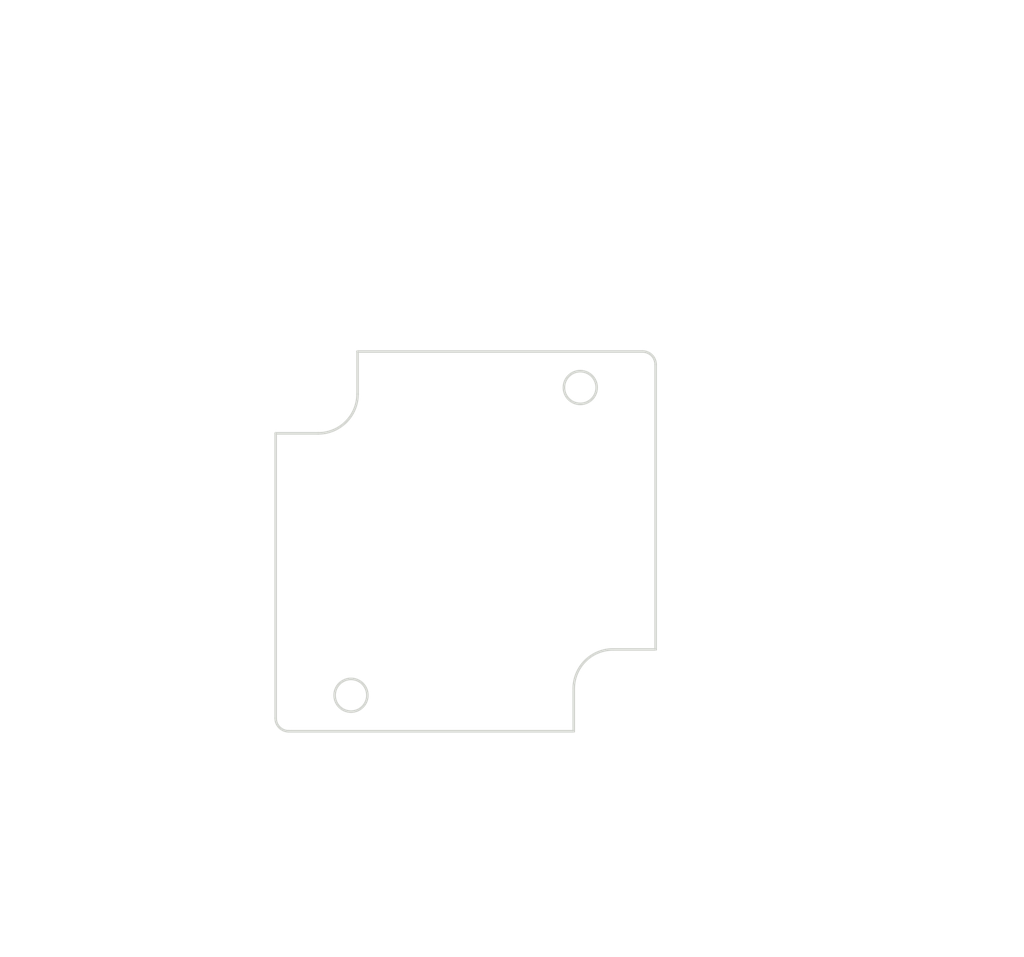
<source format=kicad_pcb>
(kicad_pcb (version 20221018) (generator pcbnew)

  (general
    (thickness 1.6)
  )

  (paper "A4")
  (layers
    (0 "F.Cu" signal)
    (31 "B.Cu" signal)
    (32 "B.Adhes" user "B.Adhesive")
    (33 "F.Adhes" user "F.Adhesive")
    (34 "B.Paste" user)
    (35 "F.Paste" user)
    (36 "B.SilkS" user "B.Silkscreen")
    (37 "F.SilkS" user "F.Silkscreen")
    (38 "B.Mask" user)
    (39 "F.Mask" user)
    (40 "Dwgs.User" user "User.Drawings")
    (41 "Cmts.User" user "User.Comments")
    (42 "Eco1.User" user "User.Eco1")
    (43 "Eco2.User" user "User.Eco2")
    (44 "Edge.Cuts" user)
    (45 "Margin" user)
    (46 "B.CrtYd" user "B.Courtyard")
    (47 "F.CrtYd" user "F.Courtyard")
    (48 "B.Fab" user)
    (49 "F.Fab" user)
  )

  (setup
    (pad_to_mask_clearance 0.051)
    (solder_mask_min_width 0.25)
    (pcbplotparams
      (layerselection 0x00010fc_ffffffff)
      (plot_on_all_layers_selection 0x0000000_00000000)
      (disableapertmacros false)
      (usegerberextensions false)
      (usegerberattributes false)
      (usegerberadvancedattributes false)
      (creategerberjobfile false)
      (dashed_line_dash_ratio 12.000000)
      (dashed_line_gap_ratio 3.000000)
      (svgprecision 4)
      (plotframeref false)
      (viasonmask false)
      (mode 1)
      (useauxorigin false)
      (hpglpennumber 1)
      (hpglpenspeed 20)
      (hpglpendiameter 15.000000)
      (dxfpolygonmode true)
      (dxfimperialunits true)
      (dxfusepcbnewfont true)
      (psnegative false)
      (psa4output false)
      (plotreference true)
      (plotvalue true)
      (plotinvisibletext false)
      (sketchpadsonfab false)
      (subtractmaskfromsilk false)
      (outputformat 1)
      (mirror false)
      (drillshape 1)
      (scaleselection 1)
      (outputdirectory "")
    )
  )

  (net 0 "")

  (gr_line (start 159.418012 58.184606) (end 158.901435 58.184606)
    (stroke (width 0.2) (type solid)) (layer "Dwgs.User") (tstamp 0457de5e-c908-4e24-b9f5-44c2d75f1383))
  (gr_line (start 161.418012 74.184606) (end 188.689876 74.184606)
    (stroke (width 0.2) (type solid)) (layer "Dwgs.User") (tstamp 052fa32e-6a72-4058-a1ab-01f5af721420))
  (gr_line (start 156.168012 103.184606) (end 188.689876 103.184606)
    (stroke (width 0.2) (type solid)) (layer "Dwgs.User") (tstamp 06fd7017-d62b-4817-9cfc-ae8ef9787166))
  (gr_line (start 153.668012 117.160566) (end 140.168012 117.160566)
    (stroke (width 0.2) (type solid)) (layer "Dwgs.User") (tstamp 0726e080-ed19-40d8-85bb-39f85f2124e8))
  (gr_line (start 143.316396 81.569308) (end 141.316396 81.569308)
    (stroke (width 0.2) (type solid)) (layer "Dwgs.User") (tstamp 089c99a6-6fe6-4807-8e72-d05ba9c81e09))
  (gr_line (start 155.668012 75.934606) (end 155.668012 66.397986)
    (stroke (width 0.2) (type solid)) (layer "Dwgs.User") (tstamp 26199907-a7cc-4c48-9ffa-d8071693049a))
  (gr_line (start 132.418012 79.434606) (end 132.418012 47.441972)
    (stroke (width 0.2) (type solid)) (layer "Dwgs.User") (tstamp 2a9cc3b7-4ef6-4987-8ed6-26af4e15a080))
  (gr_line (start 185.514876 101.184606) (end 185.514876 95.609102)
    (stroke (width 0.2) (type solid)) (layer "Dwgs.User") (tstamp 395f833c-8b5c-4704-8601-57d605cb4d47))
  (gr_line (start 154.668012 76.934606) (end 112.230471 76.934606)
    (stroke (width 0.2) (type solid)) (layer "Dwgs.User") (tstamp 3a0ead89-49f0-4422-9077-ba9a156d228d))
  (gr_line (start 161.418012 74.184606) (end 161.418012 55.009606)
    (stroke (width 0.2) (type solid)) (layer "Dwgs.User") (tstamp 3db8e6cc-dde4-4201-8787-e7d87ef6a690))
  (gr_line (start 163.418012 69.572986) (end 165.418012 69.572986)
    (stroke (width 0.2) (type solid)) (layer "Dwgs.User") (tstamp 4139211f-b7fd-4350-8743-387224442c20))
  (gr_line (start 137.168012 100.434606) (end 112.230471 100.434606)
    (stroke (width 0.2) (type solid)) (layer "Dwgs.User") (tstamp 4c25dccc-bccf-4c7b-9e9c-cfb5ad778b72))
  (gr_line (start 156.668012 76.934606) (end 175.293629 76.934606)
    (stroke (width 0.2) (type solid)) (layer "Dwgs.User") (tstamp 4cfad768-55ed-4fe1-a5e2-e15f32a44a1c))
  (gr_line (start 134.418012 50.616972) (end 142.440008 50.616972)
    (stroke (width 0.2) (type solid)) (layer "Dwgs.User") (tstamp 4fc4e2e7-2d50-4288-9b83-0d67805006ba))
  (gr_line (start 162.418012 96.934606) (end 180.095546 96.934606)
    (stroke (width 0.2) (type solid)) (layer "Dwgs.User") (tstamp 541fcca5-b49c-4a96-bc1f-d8746ad3e96a))
  (gr_line (start 172.118629 72.184606) (end 172.118629 70.184606)
    (stroke (width 0.2) (type solid)) (layer "Dwgs.User") (tstamp 581fde1a-ec09-4d51-9901-469b53b09d9f))
  (gr_line (start 176.920546 76.184606) (end 176.920546 82.002171)
    (stroke (width 0.2) (type solid)) (layer "Dwgs.User") (tstamp 67da898a-a2d1-4d64-a23b-c327cb5b8d60))
  (gr_line (start 140.668012 58.184606) (end 150.793659 58.184606)
    (stroke (width 0.2) (type solid)) (layer "Dwgs.User") (tstamp 6e5f9d4a-3183-468b-a321-3acb36cb750a))
  (gr_line (start 161.418012 74.184606) (end 161.418012 47.441972)
    (stroke (width 0.2) (type solid)) (layer "Dwgs.User") (tstamp 758ebc66-882c-470c-88dc-29c315722e97))
  (gr_line (start 138.168012 117.160566) (end 136.168012 117.160566)
    (stroke (width 0.2) (type solid)) (layer "Dwgs.User") (tstamp 7c5a12af-f55c-4039-9c18-7c7ff7e5519e))
  (gr_line (start 176.920546 94.934606) (end 176.920546 89.117041)
    (stroke (width 0.2) (type solid)) (layer "Dwgs.User") (tstamp 86efab3b-75c5-47af-8096-f892afd46d07))
  (gr_line (start 115.405471 78.934606) (end 115.405471 85.126591)
    (stroke (width 0.2) (type solid)) (layer "Dwgs.User") (tstamp 87fd1eba-fc90-41f3-a260-06df724c555f))
  (gr_line (start 172.118629 78.934606) (end 172.118629 84.906939)
    (stroke (width 0.2) (type solid)) (layer "Dwgs.User") (tstamp 956d4336-04bf-4401-98a9-8defc312f33b))
  (gr_line (start 161.418012 74.184606) (end 161.418012 66.397986)
    (stroke (width 0.2) (type solid)) (layer "Dwgs.User") (tstamp 9fc45ac7-e3bc-4f07-a842-ce6c6ffac0f7))
  (gr_line (start 115.405471 98.434606) (end 115.405471 92.242621)
    (stroke (width 0.2) (type solid)) (layer "Dwgs.User") (tstamp a8519555-8aeb-4be8-8bb0-30b2a1b5a6ab))
  (gr_line (start 161.418012 74.184606) (end 175.293629 74.184606)
    (stroke (width 0.2) (type solid)) (layer "Dwgs.User") (tstamp ab162dbe-f033-4bf0-a291-8721e4f0c43a))
  (gr_line (start 141.316396 81.569308) (end 139.702572 80.387964)
    (stroke (width 0.2) (type solid)) (layer "Dwgs.User") (tstamp aeee55b9-5723-40cc-b87d-a6aa1d741c47))
  (gr_line (start 128.121669 107.253473) (end 131.250659 104.258872)
    (stroke (width 0.2) (type solid)) (layer "Dwgs.User") (tstamp b015f1d5-593e-4cb1-bb2f-af215fdf849a))
  (gr_line (start 138.168012 101.434606) (end 138.168012 120.335566)
    (stroke (width 0.2) (type solid)) (layer "Dwgs.User") (tstamp b48ef665-f0bf-4f0b-92aa-f0964702d8d5))
  (gr_line (start 159.418012 50.616972) (end 150.529231 50.616972)
    (stroke (width 0.2) (type solid)) (layer "Dwgs.User") (tstamp cb0ed566-0fbc-430e-96a1-107526f08107))
  (gr_line (start 138.668012 73.184606) (end 138.668012 55.009606)
    (stroke (width 0.2) (type solid)) (layer "Dwgs.User") (tstamp cb3814cb-90c1-4518-a23b-6177f71f0916))
  (gr_line (start 155.668012 77.934606) (end 155.668012 120.335566)
    (stroke (width 0.2) (type solid)) (layer "Dwgs.User") (tstamp d0b76d5e-2d2e-44d2-8fce-0b32240cb16a))
  (gr_line (start 185.514876 76.184606) (end 185.514876 88.494231)
    (stroke (width 0.2) (type solid)) (layer "Dwgs.User") (tstamp de221bcc-bd0b-4800-a2cc-aedbf40b6b20))
  (gr_line (start 126.121669 107.253473) (end 128.121669 107.253473)
    (stroke (width 0.2) (type solid)) (layer "Dwgs.User") (tstamp e19cab7a-cf08-41cd-8350-6445a9d37e2d))
  (gr_line (start 161.418012 74.184606) (end 180.095546 74.184606)
    (stroke (width 0.2) (type solid)) (layer "Dwgs.User") (tstamp e51aeacc-3ba1-447d-8cb1-a5b9e546edfa))
  (gr_line (start 172.118629 84.906939) (end 170.118629 84.906939)
    (stroke (width 0.2) (type solid)) (layer "Dwgs.User") (tstamp eb1b0d82-6acf-44ec-910f-91343fca3e36))
  (gr_line (start 153.668012 69.572986) (end 151.196063 69.572986)
    (stroke (width 0.2) (type solid)) (layer "Dwgs.User") (tstamp ef9db7e2-2881-4661-af1e-3c70b2faed30))
  (gr_arc (start 133.418012 103.184606) (mid 132.710905 102.891713) (end 132.418012 102.184606)
    (stroke (width 0.2) (type solid)) (layer "Edge.Cuts") (tstamp 0842ffdf-b48f-4267-a4c2-fc519f297375))
  (gr_circle (center 138.168012 100.434606) (end 139.418012 100.434606)
    (stroke (width 0.2) (type solid)) (fill none) (layer "Edge.Cuts") (tstamp 15390488-01bf-4e37-93c3-eeddca608859))
  (gr_line (start 155.168012 99.934606) (end 155.168012 103.184606)
    (stroke (width 0.2) (type solid)) (layer "Edge.Cuts") (tstamp 1979a2dc-2061-451e-8fda-425cd68a0161))
  (gr_line (start 132.418012 80.434606) (end 135.668012 80.434606)
    (stroke (width 0.2) (type solid)) (layer "Edge.Cuts") (tstamp 235ffb93-f4e6-47e4-b417-f4356d2469a8))
  (gr_arc (start 160.418012 74.184606) (mid 161.125119 74.477499) (end 161.418012 75.184606)
    (stroke (width 0.2) (type solid)) (layer "Edge.Cuts") (tstamp 23f2549b-19fa-42db-9d5c-ceaaf7413dc3))
  (gr_line (start 155.168012 103.184606) (end 133.418012 103.184606)
    (stroke (width 0.2) (type solid)) (layer "Edge.Cuts") (tstamp 6219dc2d-64f2-4aa2-a092-32ca7e94c3cf))
  (gr_line (start 138.668012 74.184606) (end 160.418012 74.184606)
    (stroke (width 0.2) (type solid)) (layer "Edge.Cuts") (tstamp 6b983fb5-b438-45b9-aa3c-3d3fbded80ef))
  (gr_circle (center 155.668012 76.934606) (end 156.918012 76.934606)
    (stroke (width 0.2) (type solid)) (fill none) (layer "Edge.Cuts") (tstamp 7906a719-c038-49f7-b920-5b3d4f267b08))
  (gr_line (start 138.668012 77.434606) (end 138.668012 74.184606)
    (stroke (width 0.2) (type solid)) (layer "Edge.Cuts") (tstamp 91f7a989-9ed5-4500-922f-10cb00cd662b))
  (gr_arc (start 155.168012 99.934606) (mid 156.046692 97.813286) (end 158.168012 96.934606)
    (stroke (width 0.2) (type solid)) (layer "Edge.Cuts") (tstamp ca57a6ba-56f5-4350-9ade-4179ca60009a))
  (gr_line (start 132.418012 102.184606) (end 132.418012 80.434606)
    (stroke (width 0.2) (type solid)) (layer "Edge.Cuts") (tstamp d7861877-824a-4275-b7c9-7345433b2784))
  (gr_line (start 161.418012 75.184606) (end 161.418012 96.934606)
    (stroke (width 0.2) (type solid)) (layer "Edge.Cuts") (tstamp da4b30fc-63e7-4f1b-892e-6c52997bc39f))
  (gr_line (start 161.418012 96.934606) (end 158.168012 96.934606)
    (stroke (width 0.2) (type solid)) (layer "Edge.Cuts") (tstamp eba3a27c-a11a-49d5-8260-5a745929d40b))
  (gr_arc (start 138.668012 77.434606) (mid 137.789332 79.555926) (end 135.668012 80.434606)
    (stroke (width 0.2) (type solid)) (layer "Edge.Cuts") (tstamp fd439270-e9fc-4102-8869-94085990359c))
  (gr_text "[.23]" (at 147.802577 71.462448) (layer "Dwgs.User") (tstamp 0bee62bb-e5c2-486c-a6e8-dc944189c907)
    (effects (font (size 1.7 1.53) (thickness 0.2125)))
  )
  (gr_text "[R0.12]" (at 147.787167 83.458769) (layer "Dwgs.User") (tstamp 113d32f9-1ecf-4226-a63c-7ecfae4bf3bb)
    (effects (font (size 1.7 1.53) (thickness 0.2125)))
  )
  (gr_text " 22.75" (at 176.920546 83.891632) (layer "Dwgs.User") (tstamp 19207418-b14e-44ed-bcbd-96e3fb4b827d)
    (effects (font (size 1.7 1.53) (thickness 0.2125)))
  )
  (gr_text "[1.14]" (at 185.514876 93.941128) (layer "Dwgs.User") (tstamp 1e91fac0-67d0-466f-879c-a4e6a65ef60d)
    (effects (font (size 1.7 1.53) (thickness 0.2125)))
  )
  (gr_text "[.90]" (at 154.847547 60.074067) (layer "Dwgs.User") (tstamp 32b96f4e-209c-4fe5-96e8-10789d4681b4)
    (effects (font (size 1.7 1.53) (thickness 0.2125)))
  )
  (gr_text " 22.75" (at 154.847547 56.516632) (layer "Dwgs.User") (tstamp 465a6312-0db6-4c15-9f3c-c9e04534980a)
    (effects (font (size 1.7 1.53) (thickness 0.2125)))
  )
  (gr_text "[.11]" (at 166.725144 86.7964) (layer "Dwgs.User") (tstamp 48f3868c-8ef3-419c-981b-3c1d74c24378)
    (effects (font (size 1.7 1.53) (thickness 0.2125)))
  )
  (gr_text " 29.00" (at 185.514876 90.383692) (layer "Dwgs.User") (tstamp 5ab97d37-135e-4f83-84eb-a0cfda690df5)
    (effects (font (size 1.7 1.53) (thickness 0.2125)))
  )
  (gr_text "[.90]" (at 176.920546 87.449067) (layer "Dwgs.User") (tstamp 7d9aabd8-b081-4db8-a0a8-8a52a9612753)
    (effects (font (size 1.7 1.53) (thickness 0.2125)))
  )
  (gr_text "[.69]" (at 132.123401 119.050027) (layer "Dwgs.User") (tstamp 9539e94a-f366-4dff-8bfe-dafd38dccd18)
    (effects (font (size 1.7 1.53) (thickness 0.2125)))
  )
  (gr_text " R3.00" (at 147.787167 79.900754) (layer "Dwgs.User") (tstamp a6984062-6265-4198-99f8-68fc1c557538)
    (effects (font (size 1.7 1.53) (thickness 0.2125)))
  )
  (gr_text "[R0.04]" (at 121.650898 109.142934) (layer "Dwgs.User") (tstamp a6f53363-5f5a-41cf-9223-2f21198ed0a8)
    (effects (font (size 1.7 1.53) (thickness 0.2125)))
  )
  (gr_text "[.93]" (at 115.405471 90.574067) (layer "Dwgs.User") (tstamp b08e51a5-be8c-4211-842c-bd250b408da3)
    (effects (font (size 1.7 1.53) (thickness 0.2125)))
  )
  (gr_text " R1.00" (at 121.650898 105.585499) (layer "Dwgs.User") (tstamp b54d4575-0c1f-4b17-adc3-324786063f4a)
    (effects (font (size 1.7 1.53) (thickness 0.2125)))
  )
  (gr_text " 29.00" (at 146.484619 48.948998) (layer "Dwgs.User") (tstamp d6b2fb9c-29da-44ba-a5a5-3409125d61fc)
    (effects (font (size 1.7 1.53) (thickness 0.2125)))
  )
  (gr_text " 2.75" (at 166.725144 83.238964) (layer "Dwgs.User") (tstamp dc39cf8a-3fd0-4871-8bc8-b60f2a895afc)
    (effects (font (size 1.7 1.53) (thickness 0.2125)))
  )
  (gr_text "[1.14]" (at 146.484619 52.506433) (layer "Dwgs.User") (tstamp eacec7ee-4bf9-4400-a2af-48ddac4a644a)
    (effects (font (size 1.7 1.53) (thickness 0.2125)))
  )
  (gr_text " 5.75" (at 147.802577 67.908491) (layer "Dwgs.User") (tstamp f13881e1-2906-4df1-8592-b5ccce98c31d)
    (effects (font (size 1.7 1.53) (thickness 0.2125)))
  )
  (gr_text " 23.50" (at 115.405471 87.016052) (layer "Dwgs.User") (tstamp f7048a02-0234-470f-a2ab-46b56dbca20a)
    (effects (font (size 1.7 1.53) (thickness 0.2125)))
  )
  (gr_text " 17.50" (at 132.123401 115.492592) (layer "Dwgs.User") (tstamp fd136c28-90fb-4024-8ff7-8639f507053f)
    (effects (font (size 1.7 1.53) (thickness 0.2125)))
  )

)

</source>
